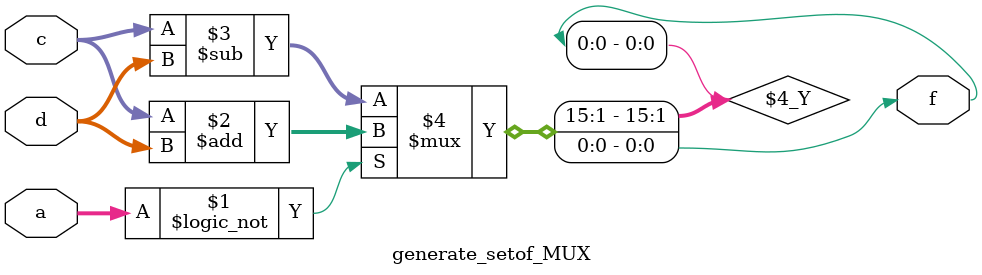
<source format=v>
module generate_setof_MUX(a,c,d,f);
input [15:0]a,c,d;
output f;
assign f=(a==0)?(c+d):(c-d);
endmodule

</source>
